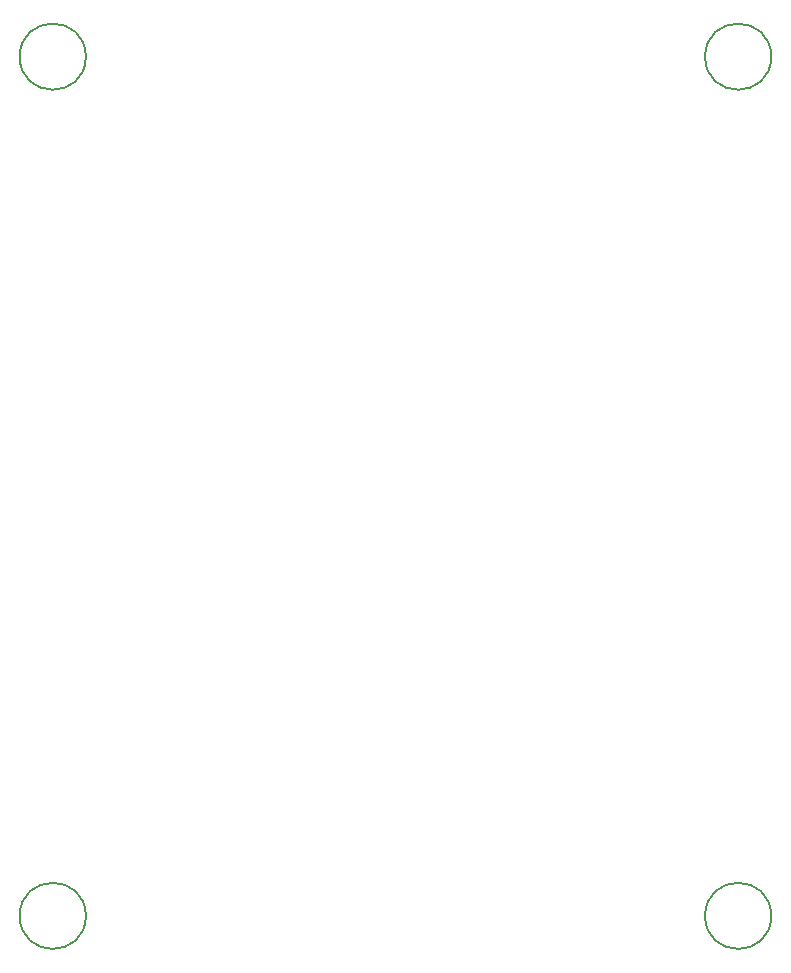
<source format=gbr>
%TF.GenerationSoftware,KiCad,Pcbnew,9.0.4*%
%TF.CreationDate,2025-09-07T14:44:28+03:00*%
%TF.ProjectId,Protection,50726f74-6563-4746-996f-6e2e6b696361,1.0*%
%TF.SameCoordinates,Original*%
%TF.FileFunction,Other,Comment*%
%FSLAX46Y46*%
G04 Gerber Fmt 4.6, Leading zero omitted, Abs format (unit mm)*
G04 Created by KiCad (PCBNEW 9.0.4) date 2025-09-07 14:44:28*
%MOMM*%
%LPD*%
G01*
G04 APERTURE LIST*
%ADD10C,0.150000*%
G04 APERTURE END LIST*
D10*
%TO.C,H2*%
X141800000Y-69825000D02*
G75*
G02*
X136200000Y-69825000I-2800000J0D01*
G01*
X136200000Y-69825000D02*
G75*
G02*
X141800000Y-69825000I2800000J0D01*
G01*
%TO.C,H1*%
X83775000Y-69825000D02*
G75*
G02*
X78175000Y-69825000I-2800000J0D01*
G01*
X78175000Y-69825000D02*
G75*
G02*
X83775000Y-69825000I2800000J0D01*
G01*
%TO.C,H3*%
X83775000Y-142570000D02*
G75*
G02*
X78175000Y-142570000I-2800000J0D01*
G01*
X78175000Y-142570000D02*
G75*
G02*
X83775000Y-142570000I2800000J0D01*
G01*
%TO.C,H4*%
X141800000Y-142570000D02*
G75*
G02*
X136200000Y-142570000I-2800000J0D01*
G01*
X136200000Y-142570000D02*
G75*
G02*
X141800000Y-142570000I2800000J0D01*
G01*
%TD*%
M02*

</source>
